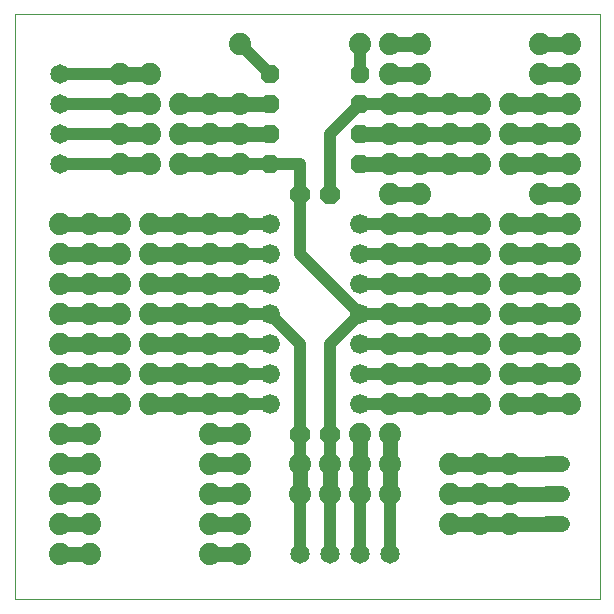
<source format=gbl>
G75*
G70*
%OFA0B0*%
%FSLAX24Y24*%
%IPPOS*%
%LPD*%
%AMOC8*
5,1,8,0,0,1.08239X$1,22.5*
%
%ADD10C,0.0000*%
%ADD11OC8,0.0630*%
%ADD12C,0.0740*%
%ADD13OC8,0.0660*%
%ADD14C,0.0650*%
%ADD15C,0.0520*%
%ADD16C,0.0500*%
%ADD17C,0.0660*%
%ADD18C,0.0400*%
%ADD19C,0.0100*%
%ADD20C,0.0060*%
D10*
X000100Y000100D02*
X000100Y019600D01*
X019600Y019600D01*
X019600Y000100D01*
X000100Y000100D01*
D11*
X008600Y014600D03*
X008600Y015600D03*
X008600Y016600D03*
X008600Y017600D03*
X011600Y017600D03*
X011600Y016600D03*
X011600Y015600D03*
X011600Y014600D03*
D12*
X012600Y014600D03*
X012600Y013600D03*
X012600Y012600D03*
X012600Y011600D03*
X012600Y010600D03*
X012600Y009600D03*
X012600Y008600D03*
X012600Y007600D03*
X012600Y006600D03*
X012600Y005600D03*
X012600Y004600D03*
X012600Y003600D03*
X011600Y003600D03*
X011600Y004600D03*
X011600Y005600D03*
X010600Y004600D03*
X010600Y003600D03*
X009600Y003600D03*
X009600Y004600D03*
X007600Y004600D03*
X007600Y003600D03*
X007600Y002600D03*
X007600Y001600D03*
X006600Y001600D03*
X006600Y002600D03*
X006600Y003600D03*
X006600Y004600D03*
X006600Y005600D03*
X006600Y006600D03*
X006600Y007600D03*
X006600Y008600D03*
X006600Y009600D03*
X006600Y010600D03*
X006600Y011600D03*
X006600Y012600D03*
X005600Y012600D03*
X005600Y011600D03*
X005600Y010600D03*
X005600Y009600D03*
X005600Y008600D03*
X005600Y007600D03*
X005600Y006600D03*
X004600Y006600D03*
X004600Y007600D03*
X004600Y008600D03*
X004600Y009600D03*
X004600Y010600D03*
X004600Y011600D03*
X004600Y012600D03*
X003600Y012600D03*
X003600Y011600D03*
X003600Y010600D03*
X003600Y009600D03*
X003600Y008600D03*
X003600Y007600D03*
X003600Y006600D03*
X002600Y006600D03*
X002600Y005600D03*
X002600Y004600D03*
X002600Y003600D03*
X002600Y002600D03*
X002600Y001600D03*
X001600Y001600D03*
X001600Y002600D03*
X001600Y003600D03*
X001600Y004600D03*
X001600Y005600D03*
X001600Y006600D03*
X001600Y007600D03*
X001600Y008600D03*
X001600Y009600D03*
X001600Y010600D03*
X001600Y011600D03*
X001600Y012600D03*
X002600Y012600D03*
X002600Y011600D03*
X002600Y010600D03*
X002600Y009600D03*
X002600Y008600D03*
X002600Y007600D03*
X007600Y007600D03*
X007600Y006600D03*
X007600Y005600D03*
X007600Y008600D03*
X007600Y009600D03*
X007600Y010600D03*
X007600Y011600D03*
X007600Y012600D03*
X007600Y014600D03*
X007600Y015600D03*
X007600Y016600D03*
X006600Y016600D03*
X006600Y015600D03*
X006600Y014600D03*
X005600Y014600D03*
X005600Y015600D03*
X005600Y016600D03*
X004600Y016600D03*
X004600Y015600D03*
X004600Y014600D03*
X003600Y014600D03*
X003600Y015600D03*
X003600Y016600D03*
X003600Y017600D03*
X004600Y017600D03*
X007600Y018600D03*
X011600Y018600D03*
X012600Y018600D03*
X012600Y017600D03*
X012600Y016600D03*
X012600Y015600D03*
X013600Y015600D03*
X013600Y014600D03*
X013600Y013600D03*
X014600Y014600D03*
X014600Y015600D03*
X014600Y016600D03*
X013600Y016600D03*
X013600Y017600D03*
X013600Y018600D03*
X015600Y016600D03*
X015600Y015600D03*
X015600Y014600D03*
X016600Y014600D03*
X016600Y015600D03*
X016600Y016600D03*
X017600Y016600D03*
X017600Y015600D03*
X017600Y014600D03*
X017600Y013600D03*
X018600Y013600D03*
X018600Y014600D03*
X018600Y015600D03*
X018600Y016600D03*
X018600Y017600D03*
X018600Y018600D03*
X017600Y018600D03*
X017600Y017600D03*
X017600Y012600D03*
X017600Y011600D03*
X017600Y010600D03*
X017600Y009600D03*
X017600Y008600D03*
X017600Y007600D03*
X017600Y006600D03*
X016600Y006600D03*
X016600Y007600D03*
X016600Y008600D03*
X016600Y009600D03*
X016600Y010600D03*
X016600Y011600D03*
X016600Y012600D03*
X015600Y012600D03*
X015600Y011600D03*
X015600Y010600D03*
X015600Y009600D03*
X015600Y008600D03*
X015600Y007600D03*
X015600Y006600D03*
X014600Y006600D03*
X014600Y007600D03*
X014600Y008600D03*
X014600Y009600D03*
X014600Y010600D03*
X014600Y011600D03*
X014600Y012600D03*
X013600Y012600D03*
X013600Y011600D03*
X013600Y010600D03*
X013600Y009600D03*
X013600Y008600D03*
X013600Y007600D03*
X013600Y006600D03*
X014600Y004600D03*
X014600Y003600D03*
X014600Y002600D03*
X015600Y002600D03*
X015600Y003600D03*
X015600Y004600D03*
X016600Y004600D03*
X016600Y003600D03*
X016600Y002600D03*
X018600Y006600D03*
X018600Y007600D03*
X018600Y008600D03*
X018600Y009600D03*
X018600Y010600D03*
X018600Y011600D03*
X018600Y012600D03*
D13*
X010600Y013600D03*
X009600Y013600D03*
X009600Y005600D03*
X010600Y005600D03*
D14*
X010600Y001600D03*
X009600Y001600D03*
X011600Y001600D03*
X012600Y001600D03*
X001600Y014600D03*
X001600Y015600D03*
X001600Y016600D03*
X001600Y017600D03*
D15*
X017840Y004600D02*
X018360Y004600D01*
X018360Y003600D02*
X017840Y003600D01*
X017840Y002600D02*
X018360Y002600D01*
D16*
X018100Y002600D02*
X016600Y002600D01*
X015600Y002600D01*
X016600Y002600D02*
X014600Y002600D01*
X014600Y003600D02*
X016600Y003600D01*
X018100Y003600D01*
X018100Y004600D02*
X016600Y004600D01*
X015600Y004600D01*
X016600Y004600D02*
X014600Y004600D01*
X015600Y006600D02*
X012600Y006600D01*
X012600Y005600D02*
X012600Y003600D01*
X011600Y003600D02*
X011600Y005600D01*
X010600Y004600D02*
X010600Y003600D01*
X009600Y003600D02*
X009600Y004600D01*
X007600Y004600D02*
X006600Y004600D01*
X006600Y003600D02*
X007600Y003600D01*
X007600Y002600D02*
X006600Y002600D01*
X006600Y001600D02*
X007600Y001600D01*
X007600Y005600D02*
X006600Y005600D01*
X007600Y006600D02*
X004600Y006600D01*
X004600Y007600D02*
X007600Y007600D01*
X007600Y008600D02*
X004600Y008600D01*
X004600Y009600D02*
X007600Y009600D01*
X007600Y010600D02*
X004600Y010600D01*
X004600Y011600D02*
X007600Y011600D01*
X007600Y012600D02*
X004600Y012600D01*
X003600Y012600D02*
X001600Y012600D01*
X001600Y011600D02*
X003600Y011600D01*
X003600Y010600D02*
X001600Y010600D01*
X001600Y009600D02*
X003600Y009600D01*
X002600Y009600D01*
X001600Y008600D02*
X003600Y008600D01*
X003600Y007600D02*
X001600Y007600D01*
X001600Y006600D02*
X003600Y006600D01*
X002600Y005600D02*
X001600Y005600D01*
X001600Y004600D02*
X002600Y004600D01*
X002600Y003600D02*
X001600Y003600D01*
X001600Y002600D02*
X002600Y002600D01*
X002600Y001600D02*
X001600Y001600D01*
X012600Y007600D02*
X015600Y007600D01*
X015600Y008600D02*
X012600Y008600D01*
X012600Y009600D02*
X013600Y009600D01*
X012600Y009600D02*
X015600Y009600D01*
X015600Y010600D02*
X012600Y010600D01*
X012600Y011600D02*
X015600Y011600D01*
X015600Y012600D02*
X012600Y012600D01*
X012600Y013600D02*
X013600Y013600D01*
X014600Y014600D02*
X015100Y014600D01*
X015600Y014600D02*
X012600Y014600D01*
X011600Y014600D01*
X011600Y015600D02*
X012600Y015600D01*
X013600Y015600D01*
X014600Y015600D01*
X015600Y015600D01*
X012600Y015600D01*
X012600Y016600D02*
X015600Y016600D01*
X016600Y016600D02*
X018600Y016600D01*
X018600Y015600D02*
X017600Y015600D01*
X017600Y014600D02*
X018600Y014600D01*
X016600Y014600D01*
X016600Y015600D02*
X018600Y015600D01*
X018600Y013600D02*
X017600Y013600D01*
X017600Y012600D02*
X018600Y012600D01*
X016600Y012600D01*
X016600Y011600D02*
X018600Y011600D01*
X018600Y010600D02*
X016600Y010600D01*
X016600Y009600D02*
X018600Y009600D01*
X018600Y008600D02*
X016600Y008600D01*
X016600Y007600D02*
X018600Y007600D01*
X018600Y006600D02*
X016600Y006600D01*
X008600Y015600D02*
X007600Y015600D01*
X005600Y015600D01*
X005600Y014600D02*
X007600Y014600D01*
X007600Y016600D02*
X005600Y016600D01*
X004600Y016600D02*
X003600Y016600D01*
X003600Y015600D02*
X004600Y015600D01*
X004600Y014600D02*
X003600Y014600D01*
X003600Y017600D02*
X004600Y017600D01*
X007600Y016600D02*
X008600Y016600D01*
X012600Y017600D02*
X013600Y017600D01*
X013600Y018600D02*
X012600Y018600D01*
X017600Y018600D02*
X018600Y018600D01*
X018600Y017600D02*
X017600Y017600D01*
D17*
X011600Y012600D03*
X011600Y011600D03*
X011600Y010600D03*
X011600Y009600D03*
X011600Y008600D03*
X011600Y007600D03*
X011600Y006600D03*
X008600Y006600D03*
X008600Y007600D03*
X008600Y008600D03*
X008600Y009600D03*
X008600Y010600D03*
X008600Y011600D03*
X008600Y012600D03*
D18*
X007600Y012600D01*
X006600Y012600D01*
X005600Y012600D01*
X005600Y011600D02*
X004600Y011600D01*
X004600Y010600D02*
X005600Y010600D01*
X005600Y009600D02*
X006600Y009600D01*
X007600Y009600D01*
X008600Y009600D01*
X009600Y008600D01*
X009600Y005600D01*
X009600Y004600D01*
X009600Y003600D02*
X009600Y001600D01*
X010600Y001600D02*
X010600Y003600D01*
X010600Y004600D02*
X010600Y005600D01*
X010600Y008600D01*
X011600Y009600D01*
X012600Y009600D01*
X012600Y008600D02*
X011600Y008600D01*
X011600Y007600D02*
X012600Y007600D01*
X013600Y007600D01*
X014600Y007600D01*
X014600Y006600D02*
X013600Y006600D01*
X014600Y006600D02*
X015600Y006600D01*
X017600Y006600D02*
X018600Y006600D01*
X018600Y007600D02*
X017600Y007600D01*
X017600Y008600D02*
X018600Y008600D01*
X014600Y008600D02*
X013600Y008600D01*
X012600Y008600D01*
X011600Y009600D02*
X009600Y011600D01*
X009600Y013600D01*
X009600Y014600D01*
X008600Y014600D01*
X007600Y014600D01*
X008600Y017600D02*
X007600Y018600D01*
X010600Y015600D02*
X011600Y016600D01*
X013600Y016600D01*
X014600Y016600D01*
X015600Y016600D01*
X017600Y016600D02*
X018600Y016600D01*
X014600Y012600D02*
X013600Y012600D01*
X012600Y012600D01*
X011600Y012600D01*
X011600Y011600D02*
X012600Y011600D01*
X013600Y011600D01*
X014600Y011600D01*
X014600Y010600D02*
X013600Y010600D01*
X012600Y010600D01*
X011600Y010600D01*
X008600Y010600D02*
X007600Y010600D01*
X006600Y010600D01*
X006600Y011600D02*
X007600Y011600D01*
X008600Y011600D01*
X010600Y013600D02*
X010600Y015600D01*
X011600Y017600D02*
X011600Y018600D01*
X003600Y017600D02*
X001600Y017600D01*
X001600Y016600D02*
X003600Y016600D01*
X003600Y015600D02*
X001600Y015600D01*
X001600Y014600D02*
X003600Y014600D01*
X003600Y008600D02*
X002600Y008600D01*
X002600Y007600D02*
X003600Y007600D01*
X003600Y006600D02*
X002600Y006600D01*
X004600Y006600D02*
X005600Y006600D01*
X006600Y006600D01*
X006600Y007600D02*
X007600Y007600D01*
X008600Y007600D01*
X008600Y006600D02*
X007600Y006600D01*
X007600Y008600D02*
X006600Y008600D01*
X005600Y008600D02*
X004600Y008600D01*
X004600Y007600D02*
X005600Y007600D01*
X007600Y008600D02*
X008600Y008600D01*
X011600Y006600D02*
X012600Y006600D01*
X011600Y005600D02*
X011600Y004600D01*
X011600Y003600D01*
X011600Y001600D01*
X012600Y001600D02*
X012600Y004600D01*
X012600Y003600D02*
X012600Y001600D01*
X015600Y003600D02*
X016600Y003600D01*
D19*
X016600Y009600D02*
X017600Y009600D01*
X017600Y010600D02*
X016600Y010600D01*
X016600Y011600D02*
X017600Y011600D01*
X014600Y009600D02*
X013600Y009600D01*
X013600Y014600D02*
X012600Y014600D01*
X015100Y014600D01*
X006600Y015600D02*
X005600Y015600D01*
X005600Y016600D02*
X006600Y016600D01*
X002600Y012600D02*
X001600Y012600D01*
X001600Y011600D02*
X002600Y011600D01*
X002600Y010600D02*
X001600Y010600D01*
D20*
X005600Y014600D02*
X006600Y014600D01*
X009600Y004600D02*
X009600Y003600D01*
M02*

</source>
